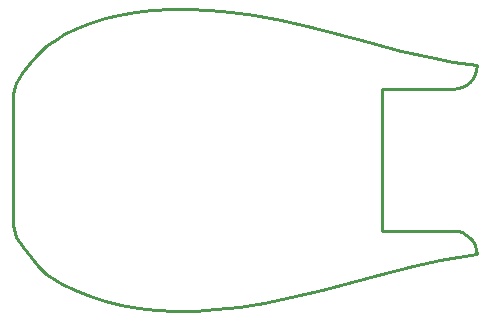
<source format=gm1>
G04*
G04 #@! TF.GenerationSoftware,Altium Limited,Altium Designer,24.4.1 (13)*
G04*
G04 Layer_Color=16711935*
%FSLAX25Y25*%
%MOIN*%
G70*
G04*
G04 #@! TF.SameCoordinates,79C11BDE-9AA4-4B6C-B3B8-DA90EC57A962*
G04*
G04*
G04 #@! TF.FilePolarity,Positive*
G04*
G01*
G75*
%ADD42C,0.01000*%
D42*
X149730Y45981D02*
X151092Y46708D01*
X152285Y47687D01*
X153264Y48881D01*
X153992Y50242D01*
X154440Y51719D01*
X154591Y53255D01*
X486Y-2724D02*
X1079Y-3979D01*
X122Y-1383D02*
X486Y-2724D01*
X0Y0D02*
X122Y-1383D01*
X-0Y43518D02*
X0Y0D01*
X-0Y43518D02*
X122Y44901D01*
X486Y46242D01*
X1079Y47497D01*
X3091Y50669D01*
X5315Y53674D01*
X8018Y56800D01*
X10979Y59724D01*
X11979Y60500D01*
X14516Y62076D01*
X17103Y63521D01*
X21317Y65561D01*
X25766Y67341D01*
X30466Y68855D01*
X35437Y70098D01*
X40703Y71059D01*
X46288Y71727D01*
X52223Y72084D01*
X58542Y72111D01*
X65287Y71784D01*
X72514Y71074D01*
X80307Y69941D01*
X89182Y68252D01*
X99364Y65907D01*
X117264Y61240D01*
X129420Y58111D01*
X139045Y55907D01*
X146767Y54424D01*
X154591Y53255D01*
X148253Y45533D02*
X149730Y45981D01*
X146717Y45381D02*
X148253Y45533D01*
X123095Y45381D02*
X146717D01*
X123095Y-1863D02*
Y45381D01*
Y-1863D02*
X146717D01*
X148253Y-2014D01*
X149730Y-2462D01*
X151092Y-3190D01*
X152285Y-4169D01*
X153264Y-5362D01*
X153992Y-6724D01*
X154440Y-8201D01*
X154591Y-9737D01*
X148334Y-10643D02*
X154591Y-9737D01*
X142145Y-11759D02*
X148334Y-10643D01*
X133224Y-13683D02*
X142145Y-11759D01*
X121682Y-16557D02*
X133224Y-13683D01*
X102817Y-21523D02*
X121682Y-16557D01*
X92454Y-24021D02*
X102817Y-21523D01*
X83561Y-25849D02*
X92454Y-24021D01*
X75395Y-27179D02*
X83561Y-25849D01*
X67752Y-28063D02*
X75395Y-27179D01*
X60578Y-28531D02*
X67752Y-28063D01*
X53834Y-28605D02*
X60578Y-28531D01*
X47484Y-28308D02*
X53834Y-28605D01*
X41499Y-27657D02*
X47484Y-28308D01*
X35853Y-26668D02*
X41499Y-27657D01*
X30519Y-25352D02*
X35853Y-26668D01*
X25475Y-23717D02*
X30519Y-25352D01*
X20701Y-21767D02*
X25475Y-23717D01*
X16272Y-19555D02*
X20701Y-21767D01*
X11979Y-16981D02*
X16272Y-19555D01*
X10979Y-16206D02*
X11979Y-16981D01*
X8280Y-13560D02*
X10979Y-16206D01*
X5794Y-10748D02*
X8280Y-13560D01*
X3308Y-7464D02*
X5794Y-10748D01*
X1079Y-3979D02*
X3308Y-7464D01*
M02*

</source>
